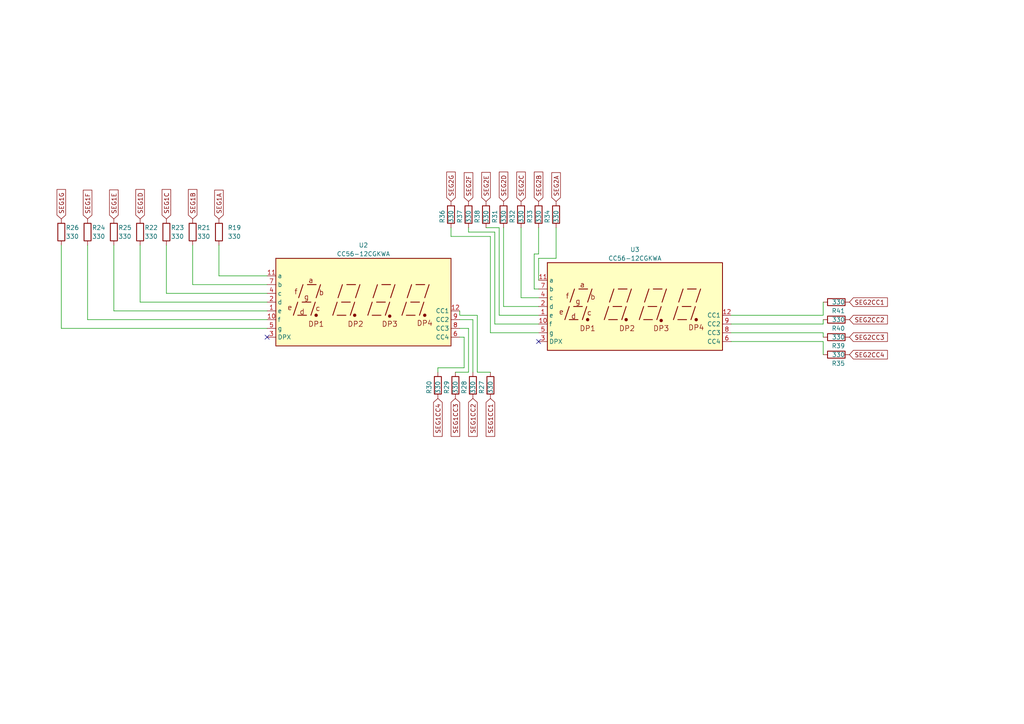
<source format=kicad_sch>
(kicad_sch (version 20230121) (generator eeschema)

  (uuid d64fda1d-e9f4-41d1-b5ae-31a2bcb1e980)

  (paper "A4")

  (title_block
    (title "Seven Segment Display")
  )

  (lib_symbols
    (symbol "Device:R" (pin_numbers hide) (pin_names (offset 0)) (in_bom yes) (on_board yes)
      (property "Reference" "R" (at 2.032 0 90)
        (effects (font (size 1.27 1.27)))
      )
      (property "Value" "R" (at 0 0 90)
        (effects (font (size 1.27 1.27)))
      )
      (property "Footprint" "" (at -1.778 0 90)
        (effects (font (size 1.27 1.27)) hide)
      )
      (property "Datasheet" "~" (at 0 0 0)
        (effects (font (size 1.27 1.27)) hide)
      )
      (property "ki_keywords" "R res resistor" (at 0 0 0)
        (effects (font (size 1.27 1.27)) hide)
      )
      (property "ki_description" "Resistor" (at 0 0 0)
        (effects (font (size 1.27 1.27)) hide)
      )
      (property "ki_fp_filters" "R_*" (at 0 0 0)
        (effects (font (size 1.27 1.27)) hide)
      )
      (symbol "R_0_1"
        (rectangle (start -1.016 -2.54) (end 1.016 2.54)
          (stroke (width 0.254) (type default))
          (fill (type none))
        )
      )
      (symbol "R_1_1"
        (pin passive line (at 0 3.81 270) (length 1.27)
          (name "~" (effects (font (size 1.27 1.27))))
          (number "1" (effects (font (size 1.27 1.27))))
        )
        (pin passive line (at 0 -3.81 90) (length 1.27)
          (name "~" (effects (font (size 1.27 1.27))))
          (number "2" (effects (font (size 1.27 1.27))))
        )
      )
    )
    (symbol "Display_Character:CC56-12CGKWA" (in_bom yes) (on_board yes)
      (property "Reference" "U" (at -24.13 13.97 0)
        (effects (font (size 1.27 1.27)))
      )
      (property "Value" "CC56-12CGKWA" (at 17.78 13.97 0)
        (effects (font (size 1.27 1.27)))
      )
      (property "Footprint" "Display_7Segment:CA56-12CGKWA" (at 0 -15.24 0)
        (effects (font (size 1.27 1.27)) hide)
      )
      (property "Datasheet" "http://www.kingbright.com/attachments/file/psearch/000/00/00/CC56-12CGKWA(Ver.8A).pdf" (at -10.922 0.762 0)
        (effects (font (size 1.27 1.27)) hide)
      )
      (property "ki_keywords" "display LED 7-segment" (at 0 0 0)
        (effects (font (size 1.27 1.27)) hide)
      )
      (property "ki_description" "4 digit 7 segment green LED, common cathode" (at 0 0 0)
        (effects (font (size 1.27 1.27)) hide)
      )
      (property "ki_fp_filters" "*CA56*12CGKWA*" (at 0 0 0)
        (effects (font (size 1.27 1.27)) hide)
      )
      (symbol "CC56-12CGKWA_0_0"
        (rectangle (start -25.4 12.7) (end 25.4 -12.7)
          (stroke (width 0.254) (type default))
          (fill (type background))
        )
        (polyline
          (pts
            (xy -20.32 -3.81)
            (xy -19.05 0)
          )
          (stroke (width 0.254) (type default))
          (fill (type none))
        )
        (polyline
          (pts
            (xy -19.05 -3.81)
            (xy -16.51 -3.81)
          )
          (stroke (width 0.254) (type default))
          (fill (type none))
        )
        (polyline
          (pts
            (xy -18.796 1.27)
            (xy -17.526 5.08)
          )
          (stroke (width 0.254) (type default))
          (fill (type none))
        )
        (polyline
          (pts
            (xy -17.78 0)
            (xy -15.24 0)
          )
          (stroke (width 0.254) (type default))
          (fill (type none))
        )
        (polyline
          (pts
            (xy -16.256 5.08)
            (xy -13.716 5.08)
          )
          (stroke (width 0.254) (type default))
          (fill (type none))
        )
        (polyline
          (pts
            (xy -15.24 -3.81)
            (xy -13.97 0)
          )
          (stroke (width 0.254) (type default))
          (fill (type none))
        )
        (polyline
          (pts
            (xy -13.716 1.27)
            (xy -12.446 5.08)
          )
          (stroke (width 0.254) (type default))
          (fill (type none))
        )
        (polyline
          (pts
            (xy -8.89 -3.81)
            (xy -7.62 0)
          )
          (stroke (width 0.254) (type default))
          (fill (type none))
        )
        (polyline
          (pts
            (xy -7.62 -3.81)
            (xy -5.08 -3.81)
          )
          (stroke (width 0.254) (type default))
          (fill (type none))
        )
        (polyline
          (pts
            (xy -7.366 1.27)
            (xy -6.096 5.08)
          )
          (stroke (width 0.254) (type default))
          (fill (type none))
        )
        (polyline
          (pts
            (xy -6.35 0)
            (xy -3.81 0)
          )
          (stroke (width 0.254) (type default))
          (fill (type none))
        )
        (polyline
          (pts
            (xy -4.826 5.08)
            (xy -2.286 5.08)
          )
          (stroke (width 0.254) (type default))
          (fill (type none))
        )
        (polyline
          (pts
            (xy -3.81 -3.81)
            (xy -2.54 0)
          )
          (stroke (width 0.254) (type default))
          (fill (type none))
        )
        (polyline
          (pts
            (xy -2.286 1.27)
            (xy -1.016 5.08)
          )
          (stroke (width 0.254) (type default))
          (fill (type none))
        )
        (polyline
          (pts
            (xy 1.27 -3.81)
            (xy 2.54 0)
          )
          (stroke (width 0.254) (type default))
          (fill (type none))
        )
        (polyline
          (pts
            (xy 2.54 -3.81)
            (xy 5.08 -3.81)
          )
          (stroke (width 0.254) (type default))
          (fill (type none))
        )
        (polyline
          (pts
            (xy 2.794 1.27)
            (xy 4.064 5.08)
          )
          (stroke (width 0.254) (type default))
          (fill (type none))
        )
        (polyline
          (pts
            (xy 3.81 0)
            (xy 6.35 0)
          )
          (stroke (width 0.254) (type default))
          (fill (type none))
        )
        (polyline
          (pts
            (xy 5.334 5.08)
            (xy 7.874 5.08)
          )
          (stroke (width 0.254) (type default))
          (fill (type none))
        )
        (polyline
          (pts
            (xy 6.35 -3.81)
            (xy 7.62 0)
          )
          (stroke (width 0.254) (type default))
          (fill (type none))
        )
        (polyline
          (pts
            (xy 7.874 1.27)
            (xy 9.144 5.08)
          )
          (stroke (width 0.254) (type default))
          (fill (type none))
        )
        (polyline
          (pts
            (xy 11.176 -3.81)
            (xy 12.446 0)
          )
          (stroke (width 0.254) (type default))
          (fill (type none))
        )
        (polyline
          (pts
            (xy 12.446 -3.81)
            (xy 14.986 -3.81)
          )
          (stroke (width 0.254) (type default))
          (fill (type none))
        )
        (polyline
          (pts
            (xy 12.7 1.27)
            (xy 13.97 5.08)
          )
          (stroke (width 0.254) (type default))
          (fill (type none))
        )
        (polyline
          (pts
            (xy 13.716 0)
            (xy 16.256 0)
          )
          (stroke (width 0.254) (type default))
          (fill (type none))
        )
        (polyline
          (pts
            (xy 15.24 5.08)
            (xy 17.78 5.08)
          )
          (stroke (width 0.254) (type default))
          (fill (type none))
        )
        (polyline
          (pts
            (xy 16.256 -3.81)
            (xy 17.526 0)
          )
          (stroke (width 0.254) (type default))
          (fill (type none))
        )
        (polyline
          (pts
            (xy 17.78 1.27)
            (xy 19.05 5.08)
          )
          (stroke (width 0.254) (type default))
          (fill (type none))
        )
        (text "a" (at -15.24 6.35 0)
          (effects (font (size 1.524 1.524)))
        )
        (text "b" (at -12.192 2.794 0)
          (effects (font (size 1.524 1.524)))
        )
        (text "c" (at -13.208 -1.778 0)
          (effects (font (size 1.524 1.524)))
        )
        (text "d" (at -17.78 -2.794 0)
          (effects (font (size 1.524 1.524)))
        )
        (text "DP1" (at -13.716 -6.35 0)
          (effects (font (size 1.524 1.524)))
        )
        (text "DP2" (at -2.286 -6.35 0)
          (effects (font (size 1.524 1.524)))
        )
        (text "DP3" (at 7.62 -6.35 0)
          (effects (font (size 1.524 1.524)))
        )
        (text "DP4" (at 17.78 -6.096 0)
          (effects (font (size 1.524 1.524)))
        )
        (text "e" (at -21.336 -1.524 0)
          (effects (font (size 1.524 1.524)))
        )
        (text "f" (at -19.558 3.048 0)
          (effects (font (size 1.524 1.524)))
        )
        (text "g" (at -16.51 1.524 0)
          (effects (font (size 1.524 1.524)))
        )
      )
      (symbol "CC56-12CGKWA_0_1"
        (circle (center -13.716 -3.81) (radius 0.3556)
          (stroke (width 0.254) (type default))
          (fill (type outline))
        )
        (circle (center -2.54 -3.81) (radius 0.3556)
          (stroke (width 0.254) (type default))
          (fill (type outline))
        )
      )
      (symbol "CC56-12CGKWA_1_0"
        (circle (center 7.62 -4.064) (radius 0.3556)
          (stroke (width 0.254) (type default))
          (fill (type outline))
        )
        (circle (center 17.78 -3.81) (radius 0.3556)
          (stroke (width 0.254) (type default))
          (fill (type outline))
        )
      )
      (symbol "CC56-12CGKWA_1_1"
        (pin input line (at -27.94 -2.54 0) (length 2.54)
          (name "e" (effects (font (size 1.27 1.27))))
          (number "1" (effects (font (size 1.27 1.27))))
        )
        (pin input line (at -27.94 -5.08 0) (length 2.54)
          (name "f" (effects (font (size 1.27 1.27))))
          (number "10" (effects (font (size 1.27 1.27))))
        )
        (pin input line (at -27.94 7.62 0) (length 2.54)
          (name "a" (effects (font (size 1.27 1.27))))
          (number "11" (effects (font (size 1.27 1.27))))
        )
        (pin input line (at 27.94 -2.54 180) (length 2.54)
          (name "CC1" (effects (font (size 1.27 1.27))))
          (number "12" (effects (font (size 1.27 1.27))))
        )
        (pin input line (at -27.94 0 0) (length 2.54)
          (name "d" (effects (font (size 1.27 1.27))))
          (number "2" (effects (font (size 1.27 1.27))))
        )
        (pin input line (at -27.94 -10.16 0) (length 2.54)
          (name "DPX" (effects (font (size 1.27 1.27))))
          (number "3" (effects (font (size 1.27 1.27))))
        )
        (pin input line (at -27.94 2.54 0) (length 2.54)
          (name "c" (effects (font (size 1.27 1.27))))
          (number "4" (effects (font (size 1.27 1.27))))
        )
        (pin input line (at -27.94 -7.62 0) (length 2.54)
          (name "g" (effects (font (size 1.27 1.27))))
          (number "5" (effects (font (size 1.27 1.27))))
        )
        (pin input line (at 27.94 -10.16 180) (length 2.54)
          (name "CC4" (effects (font (size 1.27 1.27))))
          (number "6" (effects (font (size 1.27 1.27))))
        )
        (pin input line (at -27.94 5.08 0) (length 2.54)
          (name "b" (effects (font (size 1.27 1.27))))
          (number "7" (effects (font (size 1.27 1.27))))
        )
        (pin input line (at 27.94 -7.62 180) (length 2.54)
          (name "CC3" (effects (font (size 1.27 1.27))))
          (number "8" (effects (font (size 1.27 1.27))))
        )
        (pin input line (at 27.94 -5.08 180) (length 2.54)
          (name "CC2" (effects (font (size 1.27 1.27))))
          (number "9" (effects (font (size 1.27 1.27))))
        )
      )
    )
  )


  (no_connect (at 156.21 99.06) (uuid 09e8e82c-677f-4097-bb29-bd1334cf0ddd))
  (no_connect (at 77.47 97.79) (uuid 429371c1-8f9a-487c-a569-efc4c1dfbbb9))

  (wire (pts (xy 156.21 91.44) (xy 144.78 91.44))
    (stroke (width 0) (type default))
    (uuid 0075d7c7-614c-4296-8960-5998cb8f1499)
  )
  (wire (pts (xy 143.51 67.31) (xy 135.89 67.31))
    (stroke (width 0) (type default))
    (uuid 01366dab-9aa6-4a17-b903-9fb0c4d2d442)
  )
  (wire (pts (xy 77.47 80.01) (xy 63.5 80.01))
    (stroke (width 0) (type default))
    (uuid 039c3157-348c-41de-b368-804426fb165c)
  )
  (wire (pts (xy 142.24 96.52) (xy 142.24 68.58))
    (stroke (width 0) (type default))
    (uuid 08f76d1a-c4c6-4a36-8094-2a699212e8a9)
  )
  (wire (pts (xy 138.43 107.95) (xy 142.24 107.95))
    (stroke (width 0) (type default))
    (uuid 0c556be4-ba34-4457-a0ab-c225e73ba436)
  )
  (wire (pts (xy 238.76 93.98) (xy 238.76 92.71))
    (stroke (width 0) (type default))
    (uuid 0d951e52-e91f-46df-a996-0c25b7c572b8)
  )
  (wire (pts (xy 151.13 86.36) (xy 151.13 66.04))
    (stroke (width 0) (type default))
    (uuid 0ed5fabb-0b38-488a-b70b-4cd8be3e6c7c)
  )
  (wire (pts (xy 77.47 87.63) (xy 40.64 87.63))
    (stroke (width 0) (type default))
    (uuid 13f6faa2-e094-4f5f-9c19-c75adcac5759)
  )
  (wire (pts (xy 140.97 66.04) (xy 144.78 66.04))
    (stroke (width 0) (type default))
    (uuid 17e98f94-9605-4c52-b8e0-8b83e370f0a4)
  )
  (wire (pts (xy 33.02 90.17) (xy 33.02 71.12))
    (stroke (width 0) (type default))
    (uuid 1ae23d64-61b2-470f-a2e8-b96d18173e6f)
  )
  (wire (pts (xy 238.76 96.52) (xy 238.76 97.79))
    (stroke (width 0) (type default))
    (uuid 1f404317-9fa6-46da-b8d7-7619a7f0996c)
  )
  (wire (pts (xy 154.94 83.82) (xy 154.94 73.66))
    (stroke (width 0) (type default))
    (uuid 22c3adcc-9e8a-46ac-b395-91c99d574e7b)
  )
  (wire (pts (xy 137.16 92.71) (xy 137.16 107.95))
    (stroke (width 0) (type default))
    (uuid 262936dc-5dd7-4a03-ba1a-06fe284aa313)
  )
  (wire (pts (xy 133.35 95.25) (xy 135.89 95.25))
    (stroke (width 0) (type default))
    (uuid 275f5c04-bb03-4fda-8d10-05d261f7aa8e)
  )
  (wire (pts (xy 212.09 99.06) (xy 238.76 99.06))
    (stroke (width 0) (type default))
    (uuid 27d7a1ee-9912-4f09-97df-a25ca0f5f81f)
  )
  (wire (pts (xy 134.62 106.68) (xy 127 106.68))
    (stroke (width 0) (type default))
    (uuid 2f4fce29-a8e3-4d2f-ab1e-cb889b77fb13)
  )
  (wire (pts (xy 134.62 97.79) (xy 134.62 106.68))
    (stroke (width 0) (type default))
    (uuid 45bc12ee-0b55-4caf-baba-4717fea8669f)
  )
  (wire (pts (xy 63.5 80.01) (xy 63.5 71.12))
    (stroke (width 0) (type default))
    (uuid 473daf42-63e7-48cd-beeb-a6746e52bef1)
  )
  (wire (pts (xy 77.47 92.71) (xy 25.4 92.71))
    (stroke (width 0) (type default))
    (uuid 4ca58409-1025-4723-861b-f7408f2d7a20)
  )
  (wire (pts (xy 135.89 107.95) (xy 132.08 107.95))
    (stroke (width 0) (type default))
    (uuid 4ed207de-8b8d-48eb-9959-da96c31cb124)
  )
  (wire (pts (xy 146.05 88.9) (xy 146.05 66.04))
    (stroke (width 0) (type default))
    (uuid 527d50e6-50e6-4cbd-b1f9-b3d584fe4087)
  )
  (wire (pts (xy 127 106.68) (xy 127 107.95))
    (stroke (width 0) (type default))
    (uuid 53db8f58-6e55-4b23-aef4-7865d41890b4)
  )
  (wire (pts (xy 154.94 73.66) (xy 156.21 73.66))
    (stroke (width 0) (type default))
    (uuid 69e85b92-28c9-4a30-bb3b-1459a8581c38)
  )
  (wire (pts (xy 130.81 68.58) (xy 130.81 66.04))
    (stroke (width 0) (type default))
    (uuid 6aa728d3-3d57-4d04-af77-376e8ffb75a7)
  )
  (wire (pts (xy 138.43 91.44) (xy 138.43 107.95))
    (stroke (width 0) (type default))
    (uuid 739827bb-6de5-4a7a-8fae-c91a6813a03c)
  )
  (wire (pts (xy 238.76 91.44) (xy 238.76 87.63))
    (stroke (width 0) (type default))
    (uuid 7694b6c4-a18c-4190-b2b3-491ecbcf77a1)
  )
  (wire (pts (xy 212.09 93.98) (xy 238.76 93.98))
    (stroke (width 0) (type default))
    (uuid 7904cd74-6e37-40ed-b2f1-20b9d8a506ac)
  )
  (wire (pts (xy 133.35 91.44) (xy 138.43 91.44))
    (stroke (width 0) (type default))
    (uuid 7dabb856-f563-4e6a-bac0-e41faa31d407)
  )
  (wire (pts (xy 17.78 95.25) (xy 17.78 71.12))
    (stroke (width 0) (type default))
    (uuid 87460be9-566c-4df1-876d-d6139170b883)
  )
  (wire (pts (xy 212.09 91.44) (xy 238.76 91.44))
    (stroke (width 0) (type default))
    (uuid 952ba624-3907-4e80-b971-3368bc13dbc0)
  )
  (wire (pts (xy 156.21 86.36) (xy 151.13 86.36))
    (stroke (width 0) (type default))
    (uuid 95813445-0876-4160-bc95-52be97d6609f)
  )
  (wire (pts (xy 135.89 67.31) (xy 135.89 66.04))
    (stroke (width 0) (type default))
    (uuid 9763d2df-1124-4555-bae4-6f259aead74f)
  )
  (wire (pts (xy 161.29 74.93) (xy 161.29 66.04))
    (stroke (width 0) (type default))
    (uuid 9bd1046c-3013-45ca-ba5f-1258656e3f07)
  )
  (wire (pts (xy 48.26 85.09) (xy 48.26 71.12))
    (stroke (width 0) (type default))
    (uuid 9f2317b0-6d4e-48d5-aec6-291e64e240e8)
  )
  (wire (pts (xy 156.21 74.93) (xy 161.29 74.93))
    (stroke (width 0) (type default))
    (uuid a6c0e78b-5548-42cf-b23a-92df528bda09)
  )
  (wire (pts (xy 25.4 92.71) (xy 25.4 71.12))
    (stroke (width 0) (type default))
    (uuid ab560eb1-5399-4b0b-9322-65bbcac3f573)
  )
  (wire (pts (xy 55.88 82.55) (xy 55.88 71.12))
    (stroke (width 0) (type default))
    (uuid af29146f-3b3e-4268-bfb7-5e0ac625883a)
  )
  (wire (pts (xy 212.09 96.52) (xy 238.76 96.52))
    (stroke (width 0) (type default))
    (uuid aface203-da49-4026-aa7a-9d2e748c829e)
  )
  (wire (pts (xy 156.21 73.66) (xy 156.21 66.04))
    (stroke (width 0) (type default))
    (uuid b499e078-c691-44e7-a550-9aa339d30437)
  )
  (wire (pts (xy 77.47 95.25) (xy 17.78 95.25))
    (stroke (width 0) (type default))
    (uuid b4c7e736-f0a2-46e9-ae93-d1c7793830dd)
  )
  (wire (pts (xy 238.76 99.06) (xy 238.76 102.87))
    (stroke (width 0) (type default))
    (uuid ba3200df-db57-4344-b7a4-5d88e2ee6309)
  )
  (wire (pts (xy 40.64 87.63) (xy 40.64 71.12))
    (stroke (width 0) (type default))
    (uuid bcbc6b05-94e9-49bd-bb42-34eac82432c6)
  )
  (wire (pts (xy 156.21 96.52) (xy 142.24 96.52))
    (stroke (width 0) (type default))
    (uuid c074a434-d1b9-4680-aba5-8644394f5938)
  )
  (wire (pts (xy 144.78 91.44) (xy 144.78 66.04))
    (stroke (width 0) (type default))
    (uuid c3a7a57e-b323-421a-8333-df036a79140d)
  )
  (wire (pts (xy 135.89 95.25) (xy 135.89 107.95))
    (stroke (width 0) (type default))
    (uuid c67b64e4-09c6-4590-ad52-fd3a4391e74e)
  )
  (wire (pts (xy 133.35 92.71) (xy 137.16 92.71))
    (stroke (width 0) (type default))
    (uuid c8307964-e229-471f-8731-687332dc563b)
  )
  (wire (pts (xy 77.47 82.55) (xy 55.88 82.55))
    (stroke (width 0) (type default))
    (uuid c991dabf-3eb5-4fd2-8226-190365ac16d0)
  )
  (wire (pts (xy 156.21 81.28) (xy 156.21 74.93))
    (stroke (width 0) (type default))
    (uuid d003f2a6-3250-490d-a713-300c3c44ba73)
  )
  (wire (pts (xy 77.47 90.17) (xy 33.02 90.17))
    (stroke (width 0) (type default))
    (uuid d1ac6e77-ac5f-44ec-bdb1-40e61db58b6c)
  )
  (wire (pts (xy 156.21 93.98) (xy 143.51 93.98))
    (stroke (width 0) (type default))
    (uuid d2719f6d-a977-4a67-a06f-8f6afec756fc)
  )
  (wire (pts (xy 77.47 85.09) (xy 48.26 85.09))
    (stroke (width 0) (type default))
    (uuid d54ecfba-2b43-4287-b81c-5c21e7cbf41b)
  )
  (wire (pts (xy 142.24 68.58) (xy 130.81 68.58))
    (stroke (width 0) (type default))
    (uuid dd335b12-2129-4fc4-aa91-a1ab6b9d0c36)
  )
  (wire (pts (xy 156.21 83.82) (xy 154.94 83.82))
    (stroke (width 0) (type default))
    (uuid e1b72a51-ef4c-43fe-b13a-bcbd9cd4bee4)
  )
  (wire (pts (xy 156.21 88.9) (xy 146.05 88.9))
    (stroke (width 0) (type default))
    (uuid e5c6b2f2-c63e-40a8-b382-6854d9cc1491)
  )
  (wire (pts (xy 133.35 97.79) (xy 134.62 97.79))
    (stroke (width 0) (type default))
    (uuid e6db5b3d-1ee2-4064-bdf8-1eb7ff73cac4)
  )
  (wire (pts (xy 143.51 93.98) (xy 143.51 67.31))
    (stroke (width 0) (type default))
    (uuid fc1cd252-61f4-4b7d-99a3-f8ee3b77c3b8)
  )
  (wire (pts (xy 133.35 90.17) (xy 133.35 91.44))
    (stroke (width 0) (type default))
    (uuid fc5fb45d-62f7-43e9-abb4-bd12dc009804)
  )

  (global_label "SEG2CC1" (shape input) (at 246.38 87.63 0) (fields_autoplaced)
    (effects (font (size 1.27 1.27)) (justify left))
    (uuid 0b229edd-8ece-44f9-af3f-a7b2d8743420)
    (property "Intersheetrefs" "${INTERSHEET_REFS}" (at 257.8733 87.63 0)
      (effects (font (size 1.27 1.27)) (justify left) hide)
    )
  )
  (global_label "SEG1CC1" (shape input) (at 142.24 115.57 270) (fields_autoplaced)
    (effects (font (size 1.27 1.27)) (justify right))
    (uuid 0dc71030-0229-48ea-9886-48503e82d43e)
    (property "Intersheetrefs" "${INTERSHEET_REFS}" (at 142.24 127.0633 90)
      (effects (font (size 1.27 1.27)) (justify right) hide)
    )
  )
  (global_label "SEG1D" (shape input) (at 40.64 63.5 90) (fields_autoplaced)
    (effects (font (size 1.27 1.27)) (justify left))
    (uuid 2c490c13-76e2-4128-87e6-66aff8c32b09)
    (property "Intersheetrefs" "${INTERSHEET_REFS}" (at 40.64 54.4862 90)
      (effects (font (size 1.27 1.27)) (justify left) hide)
    )
  )
  (global_label "SEG1F" (shape input) (at 25.4 63.5 90) (fields_autoplaced)
    (effects (font (size 1.27 1.27)) (justify left))
    (uuid 2d57ece8-d667-4c85-80fa-3a28d2c0badc)
    (property "Intersheetrefs" "${INTERSHEET_REFS}" (at 25.4 54.6676 90)
      (effects (font (size 1.27 1.27)) (justify left) hide)
    )
  )
  (global_label "SEG2CC2" (shape input) (at 246.38 92.71 0) (fields_autoplaced)
    (effects (font (size 1.27 1.27)) (justify left))
    (uuid 2ea10bf9-8a67-46e1-82d4-4958f3196cd3)
    (property "Intersheetrefs" "${INTERSHEET_REFS}" (at 257.8733 92.71 0)
      (effects (font (size 1.27 1.27)) (justify left) hide)
    )
  )
  (global_label "SEG2F" (shape input) (at 135.89 58.42 90) (fields_autoplaced)
    (effects (font (size 1.27 1.27)) (justify left))
    (uuid 36a63abc-0b77-465a-a41b-903994bb99dc)
    (property "Intersheetrefs" "${INTERSHEET_REFS}" (at 135.89 49.5876 90)
      (effects (font (size 1.27 1.27)) (justify left) hide)
    )
  )
  (global_label "SEG1CC4" (shape input) (at 127 115.57 270) (fields_autoplaced)
    (effects (font (size 1.27 1.27)) (justify right))
    (uuid 5c872f85-7d1e-4f32-a6a4-32b5d9616705)
    (property "Intersheetrefs" "${INTERSHEET_REFS}" (at 127 127.0633 90)
      (effects (font (size 1.27 1.27)) (justify right) hide)
    )
  )
  (global_label "SEG1CC2" (shape input) (at 137.16 115.57 270) (fields_autoplaced)
    (effects (font (size 1.27 1.27)) (justify right))
    (uuid 5ccb46ad-8c33-40ca-9744-0a2ba07396bd)
    (property "Intersheetrefs" "${INTERSHEET_REFS}" (at 137.16 127.0633 90)
      (effects (font (size 1.27 1.27)) (justify right) hide)
    )
  )
  (global_label "SEG2C" (shape input) (at 151.13 58.42 90) (fields_autoplaced)
    (effects (font (size 1.27 1.27)) (justify left))
    (uuid 77ed5deb-0c9f-4c43-8df0-ffe2be716361)
    (property "Intersheetrefs" "${INTERSHEET_REFS}" (at 151.13 49.4062 90)
      (effects (font (size 1.27 1.27)) (justify left) hide)
    )
  )
  (global_label "SEG1C" (shape input) (at 48.26 63.5 90) (fields_autoplaced)
    (effects (font (size 1.27 1.27)) (justify left))
    (uuid 7a3c671c-28e1-43b0-9547-0f1f604f1a89)
    (property "Intersheetrefs" "${INTERSHEET_REFS}" (at 48.26 54.4862 90)
      (effects (font (size 1.27 1.27)) (justify left) hide)
    )
  )
  (global_label "SEG2B" (shape input) (at 156.21 58.42 90) (fields_autoplaced)
    (effects (font (size 1.27 1.27)) (justify left))
    (uuid 7ec87ece-fc86-4b96-9379-7e33446c9a28)
    (property "Intersheetrefs" "${INTERSHEET_REFS}" (at 156.21 49.4062 90)
      (effects (font (size 1.27 1.27)) (justify left) hide)
    )
  )
  (global_label "SEG2CC3" (shape input) (at 246.38 97.79 0) (fields_autoplaced)
    (effects (font (size 1.27 1.27)) (justify left))
    (uuid 873c82b0-b491-40e6-9347-8174085de47d)
    (property "Intersheetrefs" "${INTERSHEET_REFS}" (at 257.8733 97.79 0)
      (effects (font (size 1.27 1.27)) (justify left) hide)
    )
  )
  (global_label "SEG2E" (shape input) (at 140.97 58.42 90) (fields_autoplaced)
    (effects (font (size 1.27 1.27)) (justify left))
    (uuid 88229898-e1a5-4e5e-937e-f802950729aa)
    (property "Intersheetrefs" "${INTERSHEET_REFS}" (at 140.97 49.5272 90)
      (effects (font (size 1.27 1.27)) (justify left) hide)
    )
  )
  (global_label "SEG1A" (shape input) (at 63.5 63.5 90) (fields_autoplaced)
    (effects (font (size 1.27 1.27)) (justify left))
    (uuid a9ccdb4c-5be6-41db-be99-b2c734a0bb3d)
    (property "Intersheetrefs" "${INTERSHEET_REFS}" (at 63.5 54.6676 90)
      (effects (font (size 1.27 1.27)) (justify left) hide)
    )
  )
  (global_label "SEG1E" (shape input) (at 33.02 63.5 90) (fields_autoplaced)
    (effects (font (size 1.27 1.27)) (justify left))
    (uuid b0e3ec33-b84a-465a-915a-d0480cc2a470)
    (property "Intersheetrefs" "${INTERSHEET_REFS}" (at 33.02 54.6072 90)
      (effects (font (size 1.27 1.27)) (justify left) hide)
    )
  )
  (global_label "SEG2A" (shape input) (at 161.29 58.42 90) (fields_autoplaced)
    (effects (font (size 1.27 1.27)) (justify left))
    (uuid b7574b87-7f7b-4c37-b430-aacb7baa710d)
    (property "Intersheetrefs" "${INTERSHEET_REFS}" (at 161.29 49.5876 90)
      (effects (font (size 1.27 1.27)) (justify left) hide)
    )
  )
  (global_label "SEG2CC4" (shape input) (at 246.38 102.87 0) (fields_autoplaced)
    (effects (font (size 1.27 1.27)) (justify left))
    (uuid d7bba911-b458-4a76-b65f-40dff17b2a2c)
    (property "Intersheetrefs" "${INTERSHEET_REFS}" (at 257.8733 102.87 0)
      (effects (font (size 1.27 1.27)) (justify left) hide)
    )
  )
  (global_label "SEG1CC3" (shape input) (at 132.08 115.57 270) (fields_autoplaced)
    (effects (font (size 1.27 1.27)) (justify right))
    (uuid e04ee11f-5c91-48d0-97f5-560e4a5a5e7d)
    (property "Intersheetrefs" "${INTERSHEET_REFS}" (at 132.08 127.0633 90)
      (effects (font (size 1.27 1.27)) (justify right) hide)
    )
  )
  (global_label "SEG2D" (shape input) (at 146.05 58.42 90) (fields_autoplaced)
    (effects (font (size 1.27 1.27)) (justify left))
    (uuid e1686495-a594-4311-8574-765c8a8c9dd2)
    (property "Intersheetrefs" "${INTERSHEET_REFS}" (at 146.05 49.4062 90)
      (effects (font (size 1.27 1.27)) (justify left) hide)
    )
  )
  (global_label "SEG1B" (shape input) (at 55.88 63.5 90) (fields_autoplaced)
    (effects (font (size 1.27 1.27)) (justify left))
    (uuid e84f4d00-ee15-4c6c-aab5-e708e731b584)
    (property "Intersheetrefs" "${INTERSHEET_REFS}" (at 55.88 54.4862 90)
      (effects (font (size 1.27 1.27)) (justify left) hide)
    )
  )
  (global_label "SEG1G" (shape input) (at 17.78 63.5 90) (fields_autoplaced)
    (effects (font (size 1.27 1.27)) (justify left))
    (uuid eb448909-8409-433b-857a-eef780e4bfeb)
    (property "Intersheetrefs" "${INTERSHEET_REFS}" (at 17.78 54.4862 90)
      (effects (font (size 1.27 1.27)) (justify left) hide)
    )
  )
  (global_label "SEG2G" (shape input) (at 130.81 58.42 90) (fields_autoplaced)
    (effects (font (size 1.27 1.27)) (justify left))
    (uuid f4b9e7cc-bd05-432e-8853-7098e8fad3d4)
    (property "Intersheetrefs" "${INTERSHEET_REFS}" (at 130.81 49.4062 90)
      (effects (font (size 1.27 1.27)) (justify left) hide)
    )
  )

  (symbol (lib_id "Device:R") (at 130.81 62.23 180) (unit 1)
    (in_bom yes) (on_board yes) (dnp no)
    (uuid 0131cecb-d5c2-4612-a767-05baa863c4a3)
    (property "Reference" "R36" (at 128.27 64.77 90)
      (effects (font (size 1.27 1.27)) (justify right))
    )
    (property "Value" "330" (at 130.81 64.77 90)
      (effects (font (size 1.27 1.27)) (justify right))
    )
    (property "Footprint" "Resistor_SMD:R_0201_0603Metric" (at 132.588 62.23 90)
      (effects (font (size 1.27 1.27)) hide)
    )
    (property "Datasheet" "~" (at 130.81 62.23 0)
      (effects (font (size 1.27 1.27)) hide)
    )
    (pin "1" (uuid 832e886f-9c58-4a82-88a8-545b4992abe1))
    (pin "2" (uuid c63a75a1-cb1c-47a1-a7ae-1c099c93e633))
    (instances
      (project "calculator"
        (path "/c551c393-3eaa-493e-8775-6217daf7eece/22d7aced-bce9-4b38-9713-01e05f22f544"
          (reference "R36") (unit 1)
        )
      )
    )
  )

  (symbol (lib_id "Device:R") (at 142.24 111.76 180) (unit 1)
    (in_bom yes) (on_board yes) (dnp no)
    (uuid 0815daef-19e5-4709-9e64-100f933bc1a8)
    (property "Reference" "R27" (at 139.7 114.3 90)
      (effects (font (size 1.27 1.27)) (justify right))
    )
    (property "Value" "330" (at 142.24 114.3 90)
      (effects (font (size 1.27 1.27)) (justify right))
    )
    (property "Footprint" "Resistor_SMD:R_0201_0603Metric" (at 144.018 111.76 90)
      (effects (font (size 1.27 1.27)) hide)
    )
    (property "Datasheet" "~" (at 142.24 111.76 0)
      (effects (font (size 1.27 1.27)) hide)
    )
    (pin "1" (uuid 1d713e6f-f106-435d-93e9-f019fe3e011a))
    (pin "2" (uuid a731855d-f165-444a-9e6f-e48f1112b251))
    (instances
      (project "calculator"
        (path "/c551c393-3eaa-493e-8775-6217daf7eece/22d7aced-bce9-4b38-9713-01e05f22f544"
          (reference "R27") (unit 1)
        )
      )
    )
  )

  (symbol (lib_id "Device:R") (at 55.88 67.31 180) (unit 1)
    (in_bom yes) (on_board yes) (dnp no)
    (uuid 089b02b5-df92-4dc3-9151-25d92819a24f)
    (property "Reference" "R21" (at 57.15 66.04 0)
      (effects (font (size 1.27 1.27)) (justify right))
    )
    (property "Value" "330" (at 57.15 68.58 0)
      (effects (font (size 1.27 1.27)) (justify right))
    )
    (property "Footprint" "Resistor_SMD:R_0201_0603Metric" (at 57.658 67.31 90)
      (effects (font (size 1.27 1.27)) hide)
    )
    (property "Datasheet" "~" (at 55.88 67.31 0)
      (effects (font (size 1.27 1.27)) hide)
    )
    (pin "1" (uuid 4a9a60c3-51bb-43b3-acb2-33bdca48f56c))
    (pin "2" (uuid 83322996-4b6b-4af0-95de-abe94d7dc211))
    (instances
      (project "calculator"
        (path "/c551c393-3eaa-493e-8775-6217daf7eece/22d7aced-bce9-4b38-9713-01e05f22f544"
          (reference "R21") (unit 1)
        )
      )
    )
  )

  (symbol (lib_id "Device:R") (at 137.16 111.76 180) (unit 1)
    (in_bom yes) (on_board yes) (dnp no)
    (uuid 2bf09f4e-0721-4108-8e27-26467f99f59b)
    (property "Reference" "R28" (at 134.62 114.3 90)
      (effects (font (size 1.27 1.27)) (justify right))
    )
    (property "Value" "330" (at 137.16 114.3 90)
      (effects (font (size 1.27 1.27)) (justify right))
    )
    (property "Footprint" "Resistor_SMD:R_0201_0603Metric" (at 138.938 111.76 90)
      (effects (font (size 1.27 1.27)) hide)
    )
    (property "Datasheet" "~" (at 137.16 111.76 0)
      (effects (font (size 1.27 1.27)) hide)
    )
    (pin "1" (uuid 681958b7-c6ab-4d30-99ca-62e10bd0cc51))
    (pin "2" (uuid b1480bc8-af2b-4fef-9de1-1948a5299e4d))
    (instances
      (project "calculator"
        (path "/c551c393-3eaa-493e-8775-6217daf7eece/22d7aced-bce9-4b38-9713-01e05f22f544"
          (reference "R28") (unit 1)
        )
      )
    )
  )

  (symbol (lib_id "Device:R") (at 156.21 62.23 180) (unit 1)
    (in_bom yes) (on_board yes) (dnp no)
    (uuid 407b03f8-e650-4105-a53f-8492ffc4366d)
    (property "Reference" "R33" (at 153.67 64.77 90)
      (effects (font (size 1.27 1.27)) (justify right))
    )
    (property "Value" "330" (at 156.21 64.77 90)
      (effects (font (size 1.27 1.27)) (justify right))
    )
    (property "Footprint" "Resistor_SMD:R_0201_0603Metric" (at 157.988 62.23 90)
      (effects (font (size 1.27 1.27)) hide)
    )
    (property "Datasheet" "~" (at 156.21 62.23 0)
      (effects (font (size 1.27 1.27)) hide)
    )
    (pin "1" (uuid e29217f1-aa21-405c-93f1-18bf55475bd5))
    (pin "2" (uuid 9ca6223d-ce61-4eb8-b6a4-794d2d2229b8))
    (instances
      (project "calculator"
        (path "/c551c393-3eaa-493e-8775-6217daf7eece/22d7aced-bce9-4b38-9713-01e05f22f544"
          (reference "R33") (unit 1)
        )
      )
    )
  )

  (symbol (lib_id "Device:R") (at 132.08 111.76 180) (unit 1)
    (in_bom yes) (on_board yes) (dnp no)
    (uuid 4480e684-c3db-44af-bc3e-3b52f7b8c927)
    (property "Reference" "R29" (at 129.54 114.3 90)
      (effects (font (size 1.27 1.27)) (justify right))
    )
    (property "Value" "330" (at 132.08 114.3 90)
      (effects (font (size 1.27 1.27)) (justify right))
    )
    (property "Footprint" "Resistor_SMD:R_0201_0603Metric" (at 133.858 111.76 90)
      (effects (font (size 1.27 1.27)) hide)
    )
    (property "Datasheet" "~" (at 132.08 111.76 0)
      (effects (font (size 1.27 1.27)) hide)
    )
    (pin "1" (uuid 6795b214-157c-4d75-b7ee-fab6661d342a))
    (pin "2" (uuid e2bcab65-8c6d-420c-a4dc-2cd2e11aed99))
    (instances
      (project "calculator"
        (path "/c551c393-3eaa-493e-8775-6217daf7eece/22d7aced-bce9-4b38-9713-01e05f22f544"
          (reference "R29") (unit 1)
        )
      )
    )
  )

  (symbol (lib_id "Display_Character:CC56-12CGKWA") (at 105.41 87.63 0) (unit 1)
    (in_bom yes) (on_board yes) (dnp no) (fields_autoplaced)
    (uuid 451837b3-bff8-49e0-9511-83e008fd4122)
    (property "Reference" "U2" (at 105.41 71.12 0)
      (effects (font (size 1.27 1.27)))
    )
    (property "Value" "CC56-12CGKWA" (at 105.41 73.66 0)
      (effects (font (size 1.27 1.27)))
    )
    (property "Footprint" "Display_7Segment:CA56-12CGKWA" (at 105.41 102.87 0)
      (effects (font (size 1.27 1.27)) hide)
    )
    (property "Datasheet" "http://www.kingbright.com/attachments/file/psearch/000/00/00/CC56-12CGKWA(Ver.8A).pdf" (at 94.488 86.868 0)
      (effects (font (size 1.27 1.27)) hide)
    )
    (pin "1" (uuid eb1c4162-6aeb-4f50-8bef-89d641fca98d))
    (pin "10" (uuid 989171e2-fb61-463d-af20-72dad24b140e))
    (pin "11" (uuid 08e7dfc5-7719-4144-a693-31070e436633))
    (pin "12" (uuid af8ebbb9-562b-4174-a13a-fbf3e0835bb6))
    (pin "2" (uuid 39c3d7b1-6944-41bd-85e6-fddacff2316e))
    (pin "3" (uuid 41e1804f-9439-4b54-a783-34f8d5fa4d77))
    (pin "4" (uuid d27aa19c-8451-4f58-97b8-9835817e3569))
    (pin "5" (uuid fbe9ad64-f986-47c7-9df9-e32ffc672256))
    (pin "6" (uuid 5e3688a9-b6ff-4e0a-abe6-04b1e3fb649a))
    (pin "7" (uuid 861a4ed0-d563-41d5-8547-106ccabac423))
    (pin "8" (uuid 2bbab285-bb88-4621-9299-70a99d5a4bb9))
    (pin "9" (uuid 5b4494e6-e3ca-4da3-a1b7-a4ff798a276b))
    (instances
      (project "calculator"
        (path "/c551c393-3eaa-493e-8775-6217daf7eece/22d7aced-bce9-4b38-9713-01e05f22f544"
          (reference "U2") (unit 1)
        )
      )
    )
  )

  (symbol (lib_id "Device:R") (at 48.26 67.31 180) (unit 1)
    (in_bom yes) (on_board yes) (dnp no)
    (uuid 4f408cae-1b04-4867-83d1-73161e55aa17)
    (property "Reference" "R23" (at 49.53 66.04 0)
      (effects (font (size 1.27 1.27)) (justify right))
    )
    (property "Value" "330" (at 49.53 68.58 0)
      (effects (font (size 1.27 1.27)) (justify right))
    )
    (property "Footprint" "Resistor_SMD:R_0201_0603Metric" (at 50.038 67.31 90)
      (effects (font (size 1.27 1.27)) hide)
    )
    (property "Datasheet" "~" (at 48.26 67.31 0)
      (effects (font (size 1.27 1.27)) hide)
    )
    (pin "1" (uuid 1cfdae8d-1d19-4c6c-b0d5-aa889ed2b407))
    (pin "2" (uuid fc10d328-5c36-432e-806b-5f64f1cc5a1f))
    (instances
      (project "calculator"
        (path "/c551c393-3eaa-493e-8775-6217daf7eece/22d7aced-bce9-4b38-9713-01e05f22f544"
          (reference "R23") (unit 1)
        )
      )
    )
  )

  (symbol (lib_id "Device:R") (at 242.57 97.79 270) (unit 1)
    (in_bom yes) (on_board yes) (dnp no)
    (uuid 503c53e8-424f-4f03-90f3-1083667c31e0)
    (property "Reference" "R39" (at 245.11 100.33 90)
      (effects (font (size 1.27 1.27)) (justify right))
    )
    (property "Value" "330" (at 245.11 97.79 90)
      (effects (font (size 1.27 1.27)) (justify right))
    )
    (property "Footprint" "Resistor_SMD:R_0201_0603Metric" (at 242.57 96.012 90)
      (effects (font (size 1.27 1.27)) hide)
    )
    (property "Datasheet" "~" (at 242.57 97.79 0)
      (effects (font (size 1.27 1.27)) hide)
    )
    (pin "1" (uuid 8623d457-50e8-4238-82e8-08e33921be3f))
    (pin "2" (uuid eee0d2f2-49a5-44bc-9737-35fd29d220f6))
    (instances
      (project "calculator"
        (path "/c551c393-3eaa-493e-8775-6217daf7eece/22d7aced-bce9-4b38-9713-01e05f22f544"
          (reference "R39") (unit 1)
        )
      )
    )
  )

  (symbol (lib_id "Device:R") (at 63.5 67.31 180) (unit 1)
    (in_bom yes) (on_board yes) (dnp no) (fields_autoplaced)
    (uuid 61bc9369-ea42-4067-aa2a-c1ec6e455175)
    (property "Reference" "R19" (at 66.04 66.04 0)
      (effects (font (size 1.27 1.27)) (justify right))
    )
    (property "Value" "330" (at 66.04 68.58 0)
      (effects (font (size 1.27 1.27)) (justify right))
    )
    (property "Footprint" "Resistor_SMD:R_0201_0603Metric" (at 65.278 67.31 90)
      (effects (font (size 1.27 1.27)) hide)
    )
    (property "Datasheet" "~" (at 63.5 67.31 0)
      (effects (font (size 1.27 1.27)) hide)
    )
    (pin "1" (uuid be02fc75-21af-4394-8d32-372735a6baa8))
    (pin "2" (uuid de5607b9-e14c-42d3-a06e-67766b8d203d))
    (instances
      (project "calculator"
        (path "/c551c393-3eaa-493e-8775-6217daf7eece/22d7aced-bce9-4b38-9713-01e05f22f544"
          (reference "R19") (unit 1)
        )
      )
    )
  )

  (symbol (lib_id "Device:R") (at 242.57 102.87 270) (unit 1)
    (in_bom yes) (on_board yes) (dnp no)
    (uuid 67731b09-141d-4959-a535-2bb168d2771f)
    (property "Reference" "R35" (at 245.11 105.41 90)
      (effects (font (size 1.27 1.27)) (justify right))
    )
    (property "Value" "330" (at 245.11 102.87 90)
      (effects (font (size 1.27 1.27)) (justify right))
    )
    (property "Footprint" "Resistor_SMD:R_0201_0603Metric" (at 242.57 101.092 90)
      (effects (font (size 1.27 1.27)) hide)
    )
    (property "Datasheet" "~" (at 242.57 102.87 0)
      (effects (font (size 1.27 1.27)) hide)
    )
    (pin "1" (uuid f8db9f21-daf2-427a-9d20-a5f61fdfa812))
    (pin "2" (uuid b51e234b-bfb2-4dc4-bca4-90684735cd4a))
    (instances
      (project "calculator"
        (path "/c551c393-3eaa-493e-8775-6217daf7eece/22d7aced-bce9-4b38-9713-01e05f22f544"
          (reference "R35") (unit 1)
        )
      )
    )
  )

  (symbol (lib_id "Device:R") (at 161.29 62.23 180) (unit 1)
    (in_bom yes) (on_board yes) (dnp no)
    (uuid 6aafaa58-3bd6-40c9-b447-4cd951fb9aab)
    (property "Reference" "R34" (at 158.75 64.77 90)
      (effects (font (size 1.27 1.27)) (justify right))
    )
    (property "Value" "330" (at 161.29 64.77 90)
      (effects (font (size 1.27 1.27)) (justify right))
    )
    (property "Footprint" "Resistor_SMD:R_0201_0603Metric" (at 163.068 62.23 90)
      (effects (font (size 1.27 1.27)) hide)
    )
    (property "Datasheet" "~" (at 161.29 62.23 0)
      (effects (font (size 1.27 1.27)) hide)
    )
    (pin "1" (uuid 95d1a830-d696-436f-b239-a637622c6f26))
    (pin "2" (uuid 9b2e8d5b-7ad8-4a84-a55c-5f3cdcd3e968))
    (instances
      (project "calculator"
        (path "/c551c393-3eaa-493e-8775-6217daf7eece/22d7aced-bce9-4b38-9713-01e05f22f544"
          (reference "R34") (unit 1)
        )
      )
    )
  )

  (symbol (lib_id "Device:R") (at 242.57 92.71 270) (unit 1)
    (in_bom yes) (on_board yes) (dnp no)
    (uuid 702a4803-bca1-4d8a-abf0-34ace7700ad1)
    (property "Reference" "R40" (at 245.11 95.25 90)
      (effects (font (size 1.27 1.27)) (justify right))
    )
    (property "Value" "330" (at 245.11 92.71 90)
      (effects (font (size 1.27 1.27)) (justify right))
    )
    (property "Footprint" "Resistor_SMD:R_0201_0603Metric" (at 242.57 90.932 90)
      (effects (font (size 1.27 1.27)) hide)
    )
    (property "Datasheet" "~" (at 242.57 92.71 0)
      (effects (font (size 1.27 1.27)) hide)
    )
    (pin "1" (uuid 20fe9e63-46c7-46c0-9818-b85b5202ba20))
    (pin "2" (uuid 4836c13a-73da-49a0-b723-30f3906f1b06))
    (instances
      (project "calculator"
        (path "/c551c393-3eaa-493e-8775-6217daf7eece/22d7aced-bce9-4b38-9713-01e05f22f544"
          (reference "R40") (unit 1)
        )
      )
    )
  )

  (symbol (lib_id "Device:R") (at 146.05 62.23 180) (unit 1)
    (in_bom yes) (on_board yes) (dnp no)
    (uuid 85bbefd9-9ec0-4c62-b38c-42d5738c5009)
    (property "Reference" "R31" (at 143.51 64.77 90)
      (effects (font (size 1.27 1.27)) (justify right))
    )
    (property "Value" "330" (at 146.05 64.77 90)
      (effects (font (size 1.27 1.27)) (justify right))
    )
    (property "Footprint" "Resistor_SMD:R_0201_0603Metric" (at 147.828 62.23 90)
      (effects (font (size 1.27 1.27)) hide)
    )
    (property "Datasheet" "~" (at 146.05 62.23 0)
      (effects (font (size 1.27 1.27)) hide)
    )
    (pin "1" (uuid 6d1f0d6a-4527-4acd-be4f-02e47e892bc8))
    (pin "2" (uuid 5566e080-785c-47b9-96ff-4bb938ef2915))
    (instances
      (project "calculator"
        (path "/c551c393-3eaa-493e-8775-6217daf7eece/22d7aced-bce9-4b38-9713-01e05f22f544"
          (reference "R31") (unit 1)
        )
      )
    )
  )

  (symbol (lib_id "Device:R") (at 33.02 67.31 180) (unit 1)
    (in_bom yes) (on_board yes) (dnp no)
    (uuid 8673354e-ecc0-4a31-91e5-6c1ce351ea51)
    (property "Reference" "R25" (at 34.29 66.04 0)
      (effects (font (size 1.27 1.27)) (justify right))
    )
    (property "Value" "330" (at 34.29 68.58 0)
      (effects (font (size 1.27 1.27)) (justify right))
    )
    (property "Footprint" "Resistor_SMD:R_0201_0603Metric" (at 34.798 67.31 90)
      (effects (font (size 1.27 1.27)) hide)
    )
    (property "Datasheet" "~" (at 33.02 67.31 0)
      (effects (font (size 1.27 1.27)) hide)
    )
    (pin "1" (uuid 5ac67ba1-d6f6-4c0c-9950-cf0be2e1b50b))
    (pin "2" (uuid d1024a8b-90a3-4b03-97de-bb5855e665f3))
    (instances
      (project "calculator"
        (path "/c551c393-3eaa-493e-8775-6217daf7eece/22d7aced-bce9-4b38-9713-01e05f22f544"
          (reference "R25") (unit 1)
        )
      )
    )
  )

  (symbol (lib_id "Device:R") (at 151.13 62.23 180) (unit 1)
    (in_bom yes) (on_board yes) (dnp no)
    (uuid 89abf708-a342-42ac-b058-c18c676a9d07)
    (property "Reference" "R32" (at 148.59 64.77 90)
      (effects (font (size 1.27 1.27)) (justify right))
    )
    (property "Value" "330" (at 151.13 64.77 90)
      (effects (font (size 1.27 1.27)) (justify right))
    )
    (property "Footprint" "Resistor_SMD:R_0201_0603Metric" (at 152.908 62.23 90)
      (effects (font (size 1.27 1.27)) hide)
    )
    (property "Datasheet" "~" (at 151.13 62.23 0)
      (effects (font (size 1.27 1.27)) hide)
    )
    (pin "1" (uuid dac900d0-5463-427b-bc43-fc95d26d6a83))
    (pin "2" (uuid cb496fbf-1c54-48ab-a73f-110fb296dd4e))
    (instances
      (project "calculator"
        (path "/c551c393-3eaa-493e-8775-6217daf7eece/22d7aced-bce9-4b38-9713-01e05f22f544"
          (reference "R32") (unit 1)
        )
      )
    )
  )

  (symbol (lib_id "Device:R") (at 242.57 87.63 270) (unit 1)
    (in_bom yes) (on_board yes) (dnp no)
    (uuid a3bc7561-67c1-4f20-8cec-4558e46384d1)
    (property "Reference" "R41" (at 245.11 90.17 90)
      (effects (font (size 1.27 1.27)) (justify right))
    )
    (property "Value" "330" (at 245.11 87.63 90)
      (effects (font (size 1.27 1.27)) (justify right))
    )
    (property "Footprint" "Resistor_SMD:R_0201_0603Metric" (at 242.57 85.852 90)
      (effects (font (size 1.27 1.27)) hide)
    )
    (property "Datasheet" "~" (at 242.57 87.63 0)
      (effects (font (size 1.27 1.27)) hide)
    )
    (pin "1" (uuid 712fcace-7088-4317-b2cd-681c3700fd67))
    (pin "2" (uuid c82b546c-ddf1-4225-af6b-c4d8980603b3))
    (instances
      (project "calculator"
        (path "/c551c393-3eaa-493e-8775-6217daf7eece/22d7aced-bce9-4b38-9713-01e05f22f544"
          (reference "R41") (unit 1)
        )
      )
    )
  )

  (symbol (lib_id "Device:R") (at 135.89 62.23 180) (unit 1)
    (in_bom yes) (on_board yes) (dnp no)
    (uuid acab0265-fafb-43f7-af89-549214c7c75b)
    (property "Reference" "R37" (at 133.35 64.77 90)
      (effects (font (size 1.27 1.27)) (justify right))
    )
    (property "Value" "330" (at 135.89 64.77 90)
      (effects (font (size 1.27 1.27)) (justify right))
    )
    (property "Footprint" "Resistor_SMD:R_0201_0603Metric" (at 137.668 62.23 90)
      (effects (font (size 1.27 1.27)) hide)
    )
    (property "Datasheet" "~" (at 135.89 62.23 0)
      (effects (font (size 1.27 1.27)) hide)
    )
    (pin "1" (uuid a3ae625e-91ad-4342-8190-7832b5dd0ddb))
    (pin "2" (uuid ca591b32-76b0-434a-b6ca-fb7988242172))
    (instances
      (project "calculator"
        (path "/c551c393-3eaa-493e-8775-6217daf7eece/22d7aced-bce9-4b38-9713-01e05f22f544"
          (reference "R37") (unit 1)
        )
      )
    )
  )

  (symbol (lib_id "Display_Character:CC56-12CGKWA") (at 184.15 88.9 0) (unit 1)
    (in_bom yes) (on_board yes) (dnp no) (fields_autoplaced)
    (uuid b4422457-9b18-42ab-82a1-df7fa796900f)
    (property "Reference" "U3" (at 184.15 72.39 0)
      (effects (font (size 1.27 1.27)))
    )
    (property "Value" "CC56-12CGKWA" (at 184.15 74.93 0)
      (effects (font (size 1.27 1.27)))
    )
    (property "Footprint" "Display_7Segment:CA56-12CGKWA" (at 184.15 104.14 0)
      (effects (font (size 1.27 1.27)) hide)
    )
    (property "Datasheet" "http://www.kingbright.com/attachments/file/psearch/000/00/00/CC56-12CGKWA(Ver.8A).pdf" (at 173.228 88.138 0)
      (effects (font (size 1.27 1.27)) hide)
    )
    (pin "1" (uuid 8a3f7988-ae90-4782-987e-2e4977da25c8))
    (pin "10" (uuid 0fe9c641-e68d-45b0-a383-b6e5cb1e8007))
    (pin "11" (uuid 50d66237-9768-4426-85e5-0ac41bbdc241))
    (pin "12" (uuid 849d73c6-bc35-4b23-90e3-a072f5f3a09c))
    (pin "2" (uuid 32a63133-841e-43a2-ae49-2ecc060b0b6c))
    (pin "3" (uuid eccaaedd-6a93-4d7c-a6bd-3e699b393e98))
    (pin "4" (uuid 3b1803de-0da3-48cf-ac9c-b7a0a16d68ac))
    (pin "5" (uuid d153e90d-0962-4708-aa41-cdc9b44fad39))
    (pin "6" (uuid db8f51e4-780b-4eff-a9de-eb6ca8e749e9))
    (pin "7" (uuid 0f7b35a9-f42d-46ec-8a5a-cfcff739af96))
    (pin "8" (uuid 6f397650-f8c5-4b8a-aec6-00db30dc3536))
    (pin "9" (uuid 2713f89c-d050-4703-a56b-f4bfec299012))
    (instances
      (project "calculator"
        (path "/c551c393-3eaa-493e-8775-6217daf7eece/22d7aced-bce9-4b38-9713-01e05f22f544"
          (reference "U3") (unit 1)
        )
      )
    )
  )

  (symbol (lib_id "Device:R") (at 17.78 67.31 180) (unit 1)
    (in_bom yes) (on_board yes) (dnp no)
    (uuid bad2dbcd-4246-4b38-bf4f-44d1ebbbfd83)
    (property "Reference" "R26" (at 19.05 66.04 0)
      (effects (font (size 1.27 1.27)) (justify right))
    )
    (property "Value" "330" (at 19.05 68.58 0)
      (effects (font (size 1.27 1.27)) (justify right))
    )
    (property "Footprint" "Resistor_SMD:R_0201_0603Metric" (at 19.558 67.31 90)
      (effects (font (size 1.27 1.27)) hide)
    )
    (property "Datasheet" "~" (at 17.78 67.31 0)
      (effects (font (size 1.27 1.27)) hide)
    )
    (pin "1" (uuid fc90c5f3-56da-4b61-9d96-308c6ecd3fb9))
    (pin "2" (uuid afc4e885-e375-40e9-856d-7751f7ffff83))
    (instances
      (project "calculator"
        (path "/c551c393-3eaa-493e-8775-6217daf7eece/22d7aced-bce9-4b38-9713-01e05f22f544"
          (reference "R26") (unit 1)
        )
      )
    )
  )

  (symbol (lib_id "Device:R") (at 127 111.76 180) (unit 1)
    (in_bom yes) (on_board yes) (dnp no)
    (uuid c4cc2ec2-f484-4a3d-9992-f56ac5eeb322)
    (property "Reference" "R30" (at 124.46 114.3 90)
      (effects (font (size 1.27 1.27)) (justify right))
    )
    (property "Value" "330" (at 127 114.3 90)
      (effects (font (size 1.27 1.27)) (justify right))
    )
    (property "Footprint" "Resistor_SMD:R_0201_0603Metric" (at 128.778 111.76 90)
      (effects (font (size 1.27 1.27)) hide)
    )
    (property "Datasheet" "~" (at 127 111.76 0)
      (effects (font (size 1.27 1.27)) hide)
    )
    (pin "1" (uuid 54b782d3-150a-4bf3-a558-18b4b5fe22b1))
    (pin "2" (uuid de57e319-e416-484a-857c-26d926896d99))
    (instances
      (project "calculator"
        (path "/c551c393-3eaa-493e-8775-6217daf7eece/22d7aced-bce9-4b38-9713-01e05f22f544"
          (reference "R30") (unit 1)
        )
      )
    )
  )

  (symbol (lib_id "Device:R") (at 140.97 62.23 180) (unit 1)
    (in_bom yes) (on_board yes) (dnp no)
    (uuid c623540e-4ca2-4bea-a020-41fbf4830226)
    (property "Reference" "R38" (at 138.43 64.77 90)
      (effects (font (size 1.27 1.27)) (justify right))
    )
    (property "Value" "330" (at 140.97 64.77 90)
      (effects (font (size 1.27 1.27)) (justify right))
    )
    (property "Footprint" "Resistor_SMD:R_0201_0603Metric" (at 142.748 62.23 90)
      (effects (font (size 1.27 1.27)) hide)
    )
    (property "Datasheet" "~" (at 140.97 62.23 0)
      (effects (font (size 1.27 1.27)) hide)
    )
    (pin "1" (uuid 428d92ec-d868-49bb-a0f3-85cac546e7f8))
    (pin "2" (uuid 89b8424e-0fb9-43c6-9515-71722a3048c4))
    (instances
      (project "calculator"
        (path "/c551c393-3eaa-493e-8775-6217daf7eece/22d7aced-bce9-4b38-9713-01e05f22f544"
          (reference "R38") (unit 1)
        )
      )
    )
  )

  (symbol (lib_id "Device:R") (at 40.64 67.31 180) (unit 1)
    (in_bom yes) (on_board yes) (dnp no)
    (uuid cef6dbc7-317e-44dc-8099-51351871ec9c)
    (property "Reference" "R22" (at 41.91 66.04 0)
      (effects (font (size 1.27 1.27)) (justify right))
    )
    (property "Value" "330" (at 41.91 68.58 0)
      (effects (font (size 1.27 1.27)) (justify right))
    )
    (property "Footprint" "Resistor_SMD:R_0201_0603Metric" (at 42.418 67.31 90)
      (effects (font (size 1.27 1.27)) hide)
    )
    (property "Datasheet" "~" (at 40.64 67.31 0)
      (effects (font (size 1.27 1.27)) hide)
    )
    (pin "1" (uuid 351dc0dc-7342-4623-949d-2ded3801cfd4))
    (pin "2" (uuid 4eabfca4-0017-425f-9830-c571e05f5706))
    (instances
      (project "calculator"
        (path "/c551c393-3eaa-493e-8775-6217daf7eece/22d7aced-bce9-4b38-9713-01e05f22f544"
          (reference "R22") (unit 1)
        )
      )
    )
  )

  (symbol (lib_id "Device:R") (at 25.4 67.31 180) (unit 1)
    (in_bom yes) (on_board yes) (dnp no)
    (uuid e33aefb5-a796-45be-b2b0-2f721d421f69)
    (property "Reference" "R24" (at 26.67 66.04 0)
      (effects (font (size 1.27 1.27)) (justify right))
    )
    (property "Value" "330" (at 26.67 68.58 0)
      (effects (font (size 1.27 1.27)) (justify right))
    )
    (property "Footprint" "Resistor_SMD:R_0201_0603Metric" (at 27.178 67.31 90)
      (effects (font (size 1.27 1.27)) hide)
    )
    (property "Datasheet" "~" (at 25.4 67.31 0)
      (effects (font (size 1.27 1.27)) hide)
    )
    (pin "1" (uuid b9e8fbb7-a548-43ad-a763-fe76ba9d2177))
    (pin "2" (uuid 69b97fd9-8fec-4f0e-b362-ee9884ffa7c6))
    (instances
      (project "calculator"
        (path "/c551c393-3eaa-493e-8775-6217daf7eece/22d7aced-bce9-4b38-9713-01e05f22f544"
          (reference "R24") (unit 1)
        )
      )
    )
  )
)

</source>
